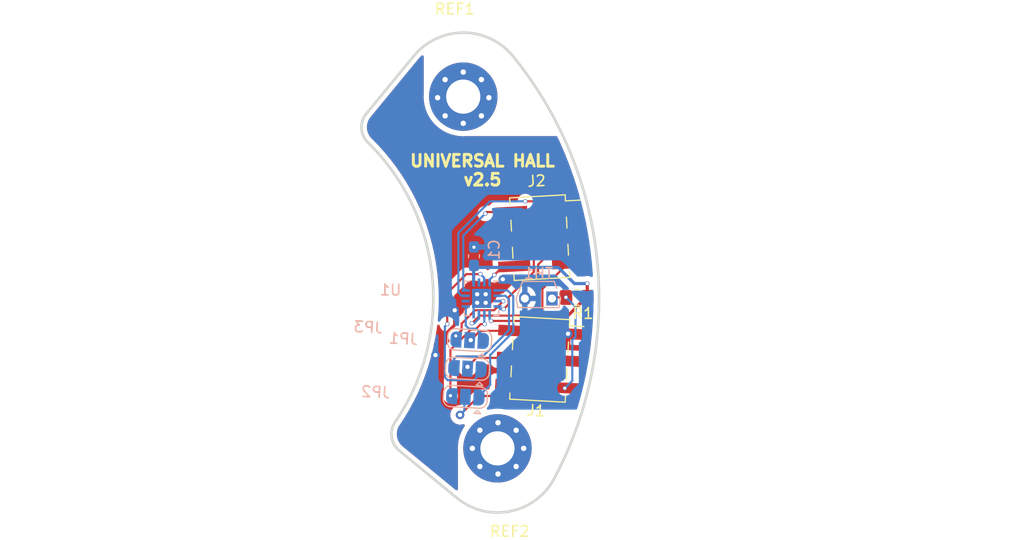
<source format=kicad_pcb>
(kicad_pcb (version 20210824) (generator pcbnew)
  (layers (0 "F.Cu" signal) (31 "B.Cu" signal) (34 "B.Paste" user) (35 "F.Paste" user) (36 "B.SilkS" user "B.Silkscreen") (37 "F.SilkS" user "F.Silkscreen") (38 "B.Mask" user) (39 "F.Mask" user) (44 "Edge.Cuts" user))
  (net 0 "")
  (net 1 "U")
  (net 2 "OUT1")
  (net 3 "A")
  (net 4 "V")
  (net 5 "OUT2")
  (net 6 "B")
  (net 7 "W")
  (net 8 "OUT3")
  (net 9 "+3V3")
  (net 10 "VTEMP")
  (net 11 "Z")
  (net 12 "GND")
  (net 13 "MOSI")
  (net 14 "CS")
  (net 15 "MISO")
  (net 16 "MGL")
  (net 17 "SCLK")
  (net 18 "MGH")
  (footprint "Connector_PinSocket_2.54mm:PinSocket_2x03_P2.54mm_Vertical_SMD" (layer "F.Cu") (at 178.95 99.3 3.17)
    (fp_text reference "J2" (at 0 -5.31 3.17) (layer "F.SilkS"))
    (fp_text value "Conn_02x03_Odd_Even_MountingPin")
    (fp_line (start -2.6 3.87) (end 2.6 3.87) (layer "F.SilkS") (width 0.12))
    (fp_line (start 2.6 3.3) (end 2.6 3.87) (layer "F.SilkS") (width 0.12))
    (fp_line (start 2.6 -3.87) (end 2.6 -3.3) (layer "F.SilkS") (width 0.12))
    (fp_line (start -2.6 0.76) (end -2.6 1.78) (layer "F.SilkS") (width 0.12))
    (fp_line (start -2.6 -1.78) (end -2.6 -0.76) (layer "F.SilkS") (width 0.12))
    (fp_line (start 2.6 -3.3) (end 3.96 -3.3) (layer "F.SilkS") (width 0.12))
    (fp_line (start -2.6 -3.87) (end -2.6 -3.3) (layer "F.SilkS") (width 0.12))
    (fp_line (start 2.6 -1.78) (end 2.6 -0.76) (layer "F.SilkS") (width 0.12))
    (fp_line (start -2.6 -3.87) (end 2.6 -3.87) (layer "F.SilkS") (width 0.12))
    (fp_line (start -2.6 3.3) (end -2.6 3.87) (layer "F.SilkS") (width 0.12))
    (fp_line (start 2.6 0.76) (end 2.6 1.78) (layer "F.SilkS") (width 0.12))
    (pad "1" smd rect locked (at 2.52 -2.54 3.17) (size 3 1) (layers "F.Cu" "F.Paste" "F.Mask") (net 16 "MGL"))
    (pad "2" smd rect locked (at -2.52 -2.54 3.17) (size 3 1) (layers "F.Cu" "F.Paste" "F.Mask") (net 17 "SCLK"))
    (pad "3" smd rect locked (at 2.52 0 3.17) (size 3 1) (layers "F.Cu" "F.Paste" "F.Mask") (net 15 "MISO"))
    (pad "4" smd rect locked (at -2.52 0 3.17) (size 3 1) (layers "F.Cu" "F.Paste" "F.Mask") (net 13 "MOSI"))
    (pad "5" smd rect locked (at 2.52 2.54 3.17) (size 3 1) (layers "F.Cu" "F.Paste" "F.Mask") (net 14 "CS"))
    (pad "6" smd rect locked (at -2.52 2.54 3.17) (size 3 1) (layers "F.Cu" "F.Paste" "F.Mask") (net 18 "MGH"))
  )
  (footprint "Connector_PinSocket_2.54mm:PinSocket_2x03_P2.54mm_Vertical_SMD" (layer "F.Cu") (at 178.95 110.7 -3.17)
    (fp_text reference "J1" (at -0.084031 4.81201 176.83) (layer "F.SilkS"))
    (fp_text value "Conn_02x03_Odd_Even_MountingPin")
    (fp_line (start -2.6 -1.78) (end -2.6 -0.76) (layer "F.SilkS") (width 0.12))
    (fp_line (start -2.6 3.3) (end -2.6 3.87) (layer "F.SilkS") (width 0.12))
    (fp_line (start 2.6 0.76) (end 2.6 1.78) (layer "F.SilkS") (width 0.12))
    (fp_line (start -2.6 -3.87) (end -2.6 -3.3) (layer "F.SilkS") (width 0.12))
    (fp_line (start 2.6 -1.78) (end 2.6 -0.76) (layer "F.SilkS") (width 0.12))
    (fp_line (start -2.6 3.87) (end 2.6 3.87) (layer "F.SilkS") (width 0.12))
    (fp_line (start 2.6 3.3) (end 2.6 3.87) (layer "F.SilkS") (width 0.12))
    (fp_line (start 2.6 -3.3) (end 3.96 -3.3) (layer "F.SilkS") (width 0.12))
    (fp_line (start -2.6 0.76) (end -2.6 1.78) (layer "F.SilkS") (width 0.12))
    (fp_line (start 2.6 -3.87) (end 2.6 -3.3) (layer "F.SilkS") (width 0.12))
    (fp_line (start -2.6 -3.87) (end 2.6 -3.87) (layer "F.SilkS") (width 0.12))
    (pad "1" smd rect locked (at 2.52 -2.54 356.83) (size 3 1) (layers "F.Cu" "F.Paste" "F.Mask") (net 12 "GND"))
    (pad "2" smd rect locked (at -2.52 -2.54 356.83) (size 3 1) (layers "F.Cu" "F.Paste" "F.Mask") (net 8 "OUT3"))
    (pad "3" smd rect locked (at 2.52 0 356.83) (size 3 1) (layers "F.Cu" "F.Paste" "F.Mask") (net 5 "OUT2"))
    (pad "4" smd rect locked (at -2.52 0 356.83) (size 3 1) (layers "F.Cu" "F.Paste" "F.Mask") (net 2 "OUT1"))
    (pad "5" smd rect locked (at 2.52 2.54 356.83) (size 3 1) (layers "F.Cu" "F.Paste" "F.Mask") (net 10 "VTEMP"))
    (pad "6" smd rect locked (at -2.52 2.54 356.83) (size 3 1) (layers "F.Cu" "F.Paste" "F.Mask") (net 9 "+3V3"))
  )
  (footprint "MountingHole:MountingHole_3.2mm_M3_Pad_Via" (layer "F.Cu") (at 175.05 119.03)
    (fp_text reference "REF2" (at 1.1 7.77) (layer "F.SilkS"))
    (fp_text value "MountingHole_3.2mm_M3_Pad_Via")
    (pad "1" thru_hole circle locked (at 1.697056 1.697056) (size 0.8 0.8) (drill 0.5) (layers *.Cu *.Mask))
    (pad "1" thru_hole circle locked (at -2.4 0) (size 0.8 0.8) (drill 0.5) (layers *.Cu *.Mask))
    (pad "1" thru_hole circle locked (at -1.697056 -1.697056) (size 0.8 0.8) (drill 0.5) (layers *.Cu *.Mask))
    (pad "1" thru_hole circle locked (at -1.697056 1.697056) (size 0.8 0.8) (drill 0.5) (layers *.Cu *.Mask))
    (pad "1" thru_hole circle (at -0.05 0) (size 6.4 6.4) (drill 3.2) (layers *.Cu *.Mask))
    (pad "1" thru_hole circle locked (at 0 2.4) (size 0.8 0.8) (drill 0.5) (layers *.Cu *.Mask))
    (pad "1" thru_hole circle locked (at 1.697056 -1.697056) (size 0.8 0.8) (drill 0.5) (layers *.Cu *.Mask))
    (pad "1" thru_hole circle locked (at 0 -2.4) (size 0.8 0.8) (drill 0.5) (layers *.Cu *.Mask))
    (pad "1" thru_hole circle locked (at 2.4 0) (size 0.8 0.8) (drill 0.5) (layers *.Cu *.Mask))
  )
  (footprint "Resistor_SMD:R_0805_2012Metric_Pad1.20x1.40mm_HandSolder" (layer "F.Cu") (at 182.4 104.9 180)
    (fp_text reference "R1" (at -0.6 -1.5) (layer "F.SilkS"))
    (fp_text value "R")
    (fp_line (start -0.227064 0.735) (end 0.227064 0.735) (layer "F.SilkS") (width 0.12))
    (fp_line (start -0.227064 -0.735) (end 0.227064 -0.735) (layer "F.SilkS") (width 0.12))
    (pad "1" smd roundrect locked (at -1 0 180) (size 1.2 1.4) (layers "F.Cu" "F.Paste" "F.Mask") (roundrect_rratio 0.2083333333) (net 9 "+3V3"))
    (pad "2" smd roundrect locked (at 1 0 180) (size 1.2 1.4) (layers "F.Cu" "F.Paste" "F.Mask") (roundrect_rratio 0.2083333333) (net 10 "VTEMP"))
  )
  (footprint "MountingHole:MountingHole_3.2mm_M3_Pad_Via" (layer "F.Cu") (at 171.8 86.2)
    (fp_text reference "REF1" (at -0.8 -8.3) (layer "F.SilkS"))
    (fp_text value "MountingHole_3.2mm_M3_Pad_Via")
    (pad "1" thru_hole circle locked (at -2.4 0) (size 0.8 0.8) (drill 0.5) (layers *.Cu *.Mask))
    (pad "1" thru_hole circle locked (at 0 2.4) (size 0.8 0.8) (drill 0.5) (layers *.Cu *.Mask))
    (pad "1" thru_hole circle (at 0 -0.1) (size 6.4 6.4) (drill 3.2) (layers *.Cu *.Mask))
    (pad "1" thru_hole circle locked (at 0 -2.4) (size 0.8 0.8) (drill 0.5) (layers *.Cu *.Mask))
    (pad "1" thru_hole circle locked (at 1.697056 1.697056) (size 0.8 0.8) (drill 0.5) (layers *.Cu *.Mask))
    (pad "1" thru_hole circle locked (at 2.4 0) (size 0.8 0.8) (drill 0.5) (layers *.Cu *.Mask))
    (pad "1" thru_hole circle locked (at -1.697056 1.697056) (size 0.8 0.8) (drill 0.5) (layers *.Cu *.Mask))
    (pad "1" thru_hole circle locked (at 1.697056 -1.697056) (size 0.8 0.8) (drill 0.5) (layers *.Cu *.Mask))
    (pad "1" thru_hole circle locked (at -1.697056 -1.697056) (size 0.8 0.8) (drill 0.5) (layers *.Cu *.Mask))
  )
  (footprint "Jumper:SolderJumper-3_P1.3mm_Open_RoundedPad1.0x1.5mm" (layer "B.Cu") (at 172.198011 111.571888 176.83)
    (fp_text reference "JP1" (at 6.145656 2.463923 356.83) (layer "B.SilkS") (effects (justify mirror)))
    (fp_text value "SolderJumper_3_Open")
    (fp_line (start -1.5 -1.5) (end -0.9 -1.5) (layer "B.SilkS") (width 0.12))
    (fp_line (start -2.05 -0.3) (end -2.05 0.3) (layer "B.SilkS") (width 0.12))
    (fp_line (start 2.05 0.3) (end 2.05 -0.3) (layer "B.SilkS") (width 0.12))
    (fp_line (start -1.2 -1.2) (end -1.5 -1.5) (layer "B.SilkS") (width 0.12))
    (fp_line (start -1.4 1) (end 1.4 1) (layer "B.SilkS") (width 0.12))
    (fp_line (start 1.4 -1) (end -1.4 -1) (layer "B.SilkS") (width 0.12))
    (fp_line (start -1.2 -1.2) (end -0.9 -1.5) (layer "B.SilkS") (width 0.12))
    (fp_arc (start 1.35 -0.3) (end 1.35 -1) (angle 90) (layer "B.SilkS") (width 0.12))
    (fp_arc (start 1.35 0.3) (end 2.05 0.3) (angle 90) (layer "B.SilkS") (width 0.12))
    (fp_arc (start -1.35 0.3) (end -1.35 1) (angle 90) (layer "B.SilkS") (width 0.12))
    (fp_arc (start -1.35 -0.3) (end -2.05 -0.3) (angle 90) (layer "B.SilkS") (width 0.12))
    (pad "1" smd custom locked (at -1.3 0 176.83) (size 1 0.5) (layers "B.Cu" "B.Mask") (net 1 "U") (options (clearance outline) (anchor rect)) (primitives (gr_circle (center 0 -0.25) (end 0.5 -0.25) (width 0) (fill yes)) (gr_circle (center 0 0.25) (end 0.5 0.25) (width 0) (fill yes)) (gr_poly (pts (xy 0.55 0.75) (xy 0 0.75) (xy 0 -0.75) (xy 0.55 -0.75)) (width 0) (fill yes))))
    (pad "2" smd rect locked (at 0 0 176.83) (size 1 1.5) (layers "B.Cu" "B.Mask") (net 2 "OUT1"))
    (pad "3" smd custom locked (at 1.3 0 176.83) (size 1 0.5) (layers "B.Cu" "B.Mask") (net 3 "A") (options (clearance outline) (anchor rect)) (primitives (gr_circle (center 0 -0.25) (end 0.5 -0.25) (width 0) (fill yes)) (gr_circle (center 0 0.25) (end 0.5 0.25) (width 0) (fill yes)) (gr_poly (pts (xy 0 0.75) (xy -0.55 0.75) (xy -0.55 -0.75) (xy 0 -0.75)) (width 0) (fill yes))))
  )
  (footprint "Capacitor_SMD:C_0603_1608Metric_Pad1.08x0.95mm_HandSolder" (layer "B.Cu") (at 172.8 101.0375 90)
    (fp_text reference "C1" (at 0.6 1.89 90) (layer "B.SilkS") (effects (justify mirror)))
    (fp_text value "C")
    (fp_line (start -0.146267 -0.51) (end 0.146267 -0.51) (layer "B.SilkS") (width 0.12))
    (fp_line (start -0.146267 0.51) (end 0.146267 0.51) (layer "B.SilkS") (width 0.12))
    (pad "1" smd roundrect locked (at -0.8625 0 90) (size 1.075 0.95) (layers "B.Cu" "B.Paste" "B.Mask") (net 9 "+3V3"))
    (pad "2" smd roundrect locked (at 0.8625 0 90) (size 1.075 0.95) (layers "B.Cu" "B.Paste" "B.Mask") (net 12 "GND"))
  )
  (footprint "Jumper:SolderJumper-3_P1.3mm_Open_RoundedPad1.0x1.5mm" (layer "B.Cu") (at 172.4 108.9 176.83)
    (fp_text reference "JP3" (at 9.551822 0.672826 356.83) (layer "B.SilkS") (effects (justify mirror)))
    (fp_text value "SolderJumper_3_Open")
    (fp_line (start -1.2 -1.2) (end -0.9 -1.5) (layer "B.SilkS") (width 0.12))
    (fp_line (start 1.4 -1) (end -1.4 -1) (layer "B.SilkS") (width 0.12))
    (fp_line (start -1.4 1) (end 1.4 1) (layer "B.SilkS") (width 0.12))
    (fp_line (start 2.05 0.3) (end 2.05 -0.3) (layer "B.SilkS") (width 0.12))
    (fp_line (start -2.05 -0.3) (end -2.05 0.3) (layer "B.SilkS") (width 0.12))
    (fp_line (start -1.2 -1.2) (end -1.5 -1.5) (layer "B.SilkS") (width 0.12))
    (fp_line (start -1.5 -1.5) (end -0.9 -1.5) (layer "B.SilkS") (width 0.12))
    (fp_arc (start 1.35 -0.3) (end 1.35 -1) (angle 90) (layer "B.SilkS") (width 0.12))
    (fp_arc (start -1.35 -0.3) (end -2.05 -0.3) (angle 90) (layer "B.SilkS") (width 0.12))
    (fp_arc (start 1.35 0.3) (end 2.05 0.3) (angle 90) (layer "B.SilkS") (width 0.12))
    (fp_arc (start -1.35 0.3) (end -1.35 1) (angle 90) (layer "B.SilkS") (width 0.12))
    (pad "1" smd custom locked (at -1.3 0 176.83) (size 1 0.5) (layers "B.Cu" "B.Mask") (net 7 "W") (options (clearance outline) (anchor rect)) (primitives (gr_circle (center 0 -0.25) (end 0.5 -0.25) (width 0) (fill yes)) (gr_circle (center 0 0.25) (end 0.5 0.25) (width 0) (fill yes)) (gr_poly (pts (xy 0.55 0.75) (xy 0 0.75) (xy 0 -0.75) (xy 0.55 -0.75)) (width 0) (fill yes))))
    (pad "2" smd rect locked (at 0 0 176.83) (size 1 1.5) (layers "B.Cu" "B.Mask") (net 8 "OUT3"))
    (pad "3" smd custom locked (at 1.3 0 176.83) (size 1 0.5) (layers "B.Cu" "B.Mask") (net 11 "Z") (options (clearance outline) (anchor rect)) (primitives (gr_circle (center 0 -0.25) (end 0.5 -0.25) (width 0) (fill yes)) (gr_circle (center 0 0.25) (end 0.5 0.25) (width 0) (fill yes)) (gr_poly (pts (xy 0 0.75) (xy -0.55 0.75) (xy -0.55 -0.75) (xy 0 -0.75)) (width 0) (fill yes))))
  )
  (footprint "Package_TO_SOT_THT:TO-92S-2" (layer "B.Cu") (at 180.1 105 180)
    (fp_text reference "TH1" (at 1.27 2.35) (layer "B.SilkS") (effects (justify mirror)))
    (fp_text value "Thermistor_PTC")
    (fp_line (start 3.2 -0.85) (end 3.35 0) (layer "B.SilkS") (width 0.12))
    (fp_line (start -0.65 -0.85) (end 3.2 -0.85) (layer "B.SilkS") (width 0.12))
    (fp_line (start 2.75 1.6) (end -0.2 1.6) (layer "B.SilkS") (width 0.12))
    (fp_line (start -0.7 0.3) (end -0.8 0) (layer "B.SilkS") (width 0.12))
    (fp_line (start -0.8 0) (end -0.65 -0.85) (layer "B.SilkS") (width 0.12))
    (fp_line (start -0.2 1.6) (end -0.45 0.95) (layer "B.SilkS") (width 0.12))
    (fp_line (start 3.35 0) (end 2.75 1.6) (layer "B.SilkS") (width 0.12))
    (pad "1" thru_hole rect locked (at 0 0 180) (size 1.05 1.3) (drill 0.75) (layers *.Cu *.Mask) (net 10 "VTEMP"))
    (pad "2" thru_hole oval locked (at 2.54 0 180) (size 1.05 1.3) (drill 0.75) (layers *.Cu *.Mask) (net 12 "GND"))
  )
  (footprint "Package_DFN_QFN:VQFN-16-1EP_3x3mm_P0.5mm_EP1.8x1.8mm" (layer "B.Cu") (at 173.52 104.99 180)
    (fp_text reference "U1" (at 8.52 0.79) (layer "B.SilkS") (effects (justify mirror)))
    (fp_text value "MA310")
    (fp_line (start -1.135 -1.61) (end -1.61 -1.61) (layer "B.SilkS") (width 0.12))
    (fp_line (start 1.61 -1.61) (end 1.61 -1.135) (layer "B.SilkS") (width 0.12))
    (fp_line (start -1.61 -1.61) (end -1.61 -1.135) (layer "B.SilkS") (width 0.12))
    (fp_line (start 1.61 1.61) (end 1.61 1.135) (layer "B.SilkS") (width 0.12))
    (fp_line (start 1.135 1.61) (end 1.61 1.61) (layer "B.SilkS") (width 0.12))
    (fp_line (start 1.135 -1.61) (end 1.61 -1.61) (layer "B.SilkS") (width 0.12))
    (fp_line (start -1.135 1.61) (end -1.61 1.61) (layer "B.SilkS") (width 0.12))
    (pad "1" smd roundrect locked (at -1.4875 0.75 180) (size 0.775 0.25) (layers "B.Cu" "B.Paste" "B.Mask") (net 4 "V"))
    (pad "2" smd roundrect locked (at -1.4875 0.25 180) (size 0.775 0.25) (layers "B.Cu" "B.Paste" "B.Mask") (net 3 "A"))
    (pad "3" smd roundrect locked (at -1.4875 -0.25 180) (size 0.775 0.25) (layers "B.Cu" "B.Paste" "B.Mask") (net 11 "Z"))
    (pad "4" smd roundrect locked (at -1.4875 -0.75 180) (size 0.775 0.25) (layers "B.Cu" "B.Paste" "B.Mask") (net 13 "MOSI"))
    (pad "5" smd roundrect locked (at -0.75 -1.4875 180) (size 0.25 0.775) (layers "B.Cu" "B.Paste" "B.Mask") (net 14 "CS"))
    (pad "6" smd roundrect locked (at -0.25 -1.4875 180) (size 0.25 0.775) (layers "B.Cu" "B.Paste" "B.Mask") (net 6 "B"))
    (pad "7" smd roundrect locked (at 0.25 -1.4875 180) (size 0.25 0.775) (layers "B.Cu" "B.Paste" "B.Mask") (net 15 "MISO"))
    (pad "8" smd roundrect locked (at 0.75 -1.4875 180) (size 0.25 0.775) (layers "B.Cu" "B.Paste" "B.Mask") (net 12 "GND"))
    (pad "9" smd roundrect locked (at 1.4875 -0.75 180) (size 0.775 0.25) (layers "B.Cu" "B.Paste" "B.Mask") (net 7 "W"))
    (pad "10" smd roundrect locked (at 1.4875 -0.25 180) (size 0.775 0.25) (layers "B.Cu" "B.Paste" "B.Mask"))
    (pad "11" smd roundrect locked (at 1.4875 0.25 180) (size 0.775 0.25) (layers "B.Cu" "B.Paste" "B.Mask") (net 16 "MGL"))
    (pad "12" smd roundrect locked (at 1.4875 0.75 180) (size 0.775 0.25) (layers "B.Cu" "B.Paste" "B.Mask") (net 17 "SCLK"))
    (pad "13" smd roundrect locked (at 0.75 1.4875 180) (size 0.25 0.775) (layers "B.Cu" "B.Paste" "B.Mask") (net 9 "+3V3"))
    (pad "14" smd roundrect locked (at 0.25 1.4875 180) (size 0.25 0.775) (layers "B.Cu" "B.Paste" "B.Mask"))
    (pad "15" smd roundrect locked (at -0.25 1.4875 180) (size 0.25 0.775) (layers "B.Cu" "B.Paste" "B.Mask") (net 1 "U"))
    (pad "16" smd roundrect locked (at -0.75 1.4875 180) (size 0.25 0.775) (layers "B.Cu" "B.Paste" "B.Mask") (net 18 "MGH"))
    (pad "17" smd rect locked (at 0 0 180) (size 1.8 1.8) (layers "B.Cu" "B.Mask") (net 12 "GND"))
  )
  (footprint "Jumper:SolderJumper-3_P1.3mm_Open_RoundedPad1.0x1.5mm" (layer "B.Cu") (at 172 114.2 176.83)
    (fp_text reference "JP2" (at 8.410821 -0.037052 356.83) (layer "B.SilkS") (effects (justify mirror)))
    (fp_text value "SolderJumper_3_Open")
    (fp_line (start -1.2 -1.2) (end -0.9 -1.5) (layer "B.SilkS") (width 0.12))
    (fp_line (start -1.5 -1.5) (end -0.9 -1.5) (layer "B.SilkS") (width 0.12))
    (fp_line (start -1.4 1) (end 1.4 1) (layer "B.SilkS") (width 0.12))
    (fp_line (start -1.2 -1.2) (end -1.5 -1.5) (layer "B.SilkS") (width 0.12))
    (fp_line (start 1.4 -1) (end -1.4 -1) (layer "B.SilkS") (width 0.12))
    (fp_line (start 2.05 0.3) (end 2.05 -0.3) (layer "B.SilkS") (width 0.12))
    (fp_line (start -2.05 -0.3) (end -2.05 0.3) (layer "B.SilkS") (width 0.12))
    (fp_arc (start -1.35 -0.3) (end -2.05 -0.3) (angle 90) (layer "B.SilkS") (width 0.12))
    (fp_arc (start -1.35 0.3) (end -1.35 1) (angle 90) (layer "B.SilkS") (width 0.12))
    (fp_arc (start 1.35 -0.3) (end 1.35 -1) (angle 90) (layer "B.SilkS") (width 0.12))
    (fp_arc (start 1.35 0.3) (end 2.05 0.3) (angle 90) (layer "B.SilkS") (width 0.12))
    (pad "1" smd custom locked (at -1.3 0 176.83) (size 1 0.5) (layers "B.Cu" "B.Mask") (net 4 "V") (options (clearance outline) (anchor rect)) (primitives (gr_circle (center 0 -0.25) (end 0.5 -0.25) (width 0) (fill yes)) (gr_circle (center 0 0.25) (end 0.5 0.25) (width 0) (fill yes)) (gr_poly (pts (xy 0.55 0.75) (xy 0 0.75) (xy 0 -0.75) (xy 0.55 -0.75)) (width 0) (fill yes))))
    (pad "2" smd rect locked (at 0 0 176.83) (size 1 1.5) (layers "B.Cu" "B.Mask") (net 5 "OUT2"))
    (pad "3" smd custom locked (at 1.3 0 176.83) (size 1 0.5) (layers "B.Cu" "B.Mask") (net 6 "B") (options (clearance outline) (anchor rect)) (primitives (gr_circle (center 0 -0.25) (end 0.5 -0.25) (width 0) (fill yes)) (gr_circle (center 0 0.25) (end 0.5 0.25) (width 0) (fill yes)) (gr_poly (pts (xy 0 0.75) (xy -0.55 0.75) (xy -0.55 -0.75) (xy 0 -0.75)) (width 0) (fill yes))))
  )
  (gr_arc (start 164.282224 88.960952) (end 162.737643 87.690413) (angle -84.90031109) (layer "Edge.Cuts") (width 0.25))
  (gr_arc (start 148.500653 104.99816) (end 165.427536 116.562355) (angle -79.80062217) (layer "Edge.Cuts") (width 0.25))
  (gr_line (start 171.201257 123.671203) (end 165.808399 119.23515) (layer "Edge.Cuts") (width 0.25))
  (gr_arc (start 148.500653 104.99816) (end 180.315321 121.845321) (angle -66.92608193) (layer "Edge.Cuts") (width 0.25))
  (gr_arc (start 175.012876 119.037461) (end 171.201257 123.671203) (angle -101.536959) (layer "Edge.Cuts") (width 0.25))
  (gr_arc (start 167.078939 117.69057) (end 165.427536 116.562355) (angle -84.90031109) (layer "Edge.Cuts") (width 0.25))
  (gr_line (start 167.173696 82.297555) (end 162.737643 87.690413) (layer "Edge.Cuts") (width 0.25))
  (gr_arc (start 171.807437 86.109174) (end 176.468794 82.331376) (angle -101.536959) (layer "Edge.Cuts") (width 0.25))
  (gr_text "UNIVERSAL HALL\nv2.5" (at 173.6 93) (layer "F.SilkS") (effects (font (size 1.1 1.1) (thickness 0.275))))
  (segment (start 170.3 104.5) (end 170.3 107.4) (width 0.2) (layer "F.Cu") (net 1))
  (segment (start 172.082817 102.717183) (end 170.3 104.5) (width 0.2) (layer "F.Cu") (net 1))
  (segment (start 173.410052 102.717183) (end 172.082817 102.717183) (width 0.2) (layer "F.Cu") (net 1))
  (via (at 170.3 107.4) (size 0.4) (drill 0.3) (layers "F.Cu" "B.Cu") (net 1))
  (via (at 173.410052 102.717183) (size 0.4) (drill 0.3) (layers "F.Cu" "B.Cu") (net 1))
  (segment (start 170.082286 112.382286) (end 170.082286 107.617714) (width 0.2) (layer "B.Cu") (net 1))
  (segment (start 172.779838 112.64791) (end 170.34791 112.64791) (width 0.2) (layer "B.Cu") (net 1))
  (segment (start 173.496022 111.931726) (end 172.779838 112.64791) (width 0.2) (layer "B.Cu") (net 1))
  (segment (start 170.082286 107.617714) (end 170.3 107.4) (width 0.2) (layer "B.Cu") (net 1))
  (segment (start 173.496022 111.573877) (end 173.496022 111.931726) (width 0.2) (layer "B.Cu") (net 1))
  (segment (start 173.410052 102.717183) (end 173.77 103.077131) (width 0.2) (layer "B.Cu") (net 1))
  (segment (start 170.34791 112.64791) (end 170.082286 112.382286) (width 0.2) (layer "B.Cu") (net 1))
  (segment (start 173.77 103.077131) (end 173.77 103.5025) (width 0.2) (layer "B.Cu") (net 1))
  (segment (start 173.039353 110.560647) (end 176.433856 110.560647) (width 0.2) (layer "F.Cu") (net 2))
  (segment (start 172.2 111.4) (end 173.039353 110.560647) (width 0.2) (layer "F.Cu") (net 2))
  (via (at 172.2 111.4) (size 0.8) (drill 0.4) (layers "F.Cu" "B.Cu") (net 2))
  (segment (start 172.2 111.4) (end 172.2 111.5) (width 0.2) (layer "B.Cu") (net 2))
  (segment (start 176.078737 105.078737) (end 176.078737 107.95836) (width 0.2) (layer "B.Cu") (net 3))
  (segment (start 170.901989 110.698011) (end 170.901989 111.428112) (width 0.2) (layer "B.Cu") (net 3))
  (segment (start 175.74 104.74) (end 176.078737 105.078737) (width 0.2) (layer "B.Cu") (net 3))
  (segment (start 171.176022 110.423978) (end 170.901989 110.698011) (width 0.2) (layer "B.Cu") (net 3))
  (segment (start 176.078737 107.95836) (end 173.613119 110.423978) (width 0.2) (layer "B.Cu") (net 3))
  (segment (start 173.613119 110.423978) (end 171.176022 110.423978) (width 0.2) (layer "B.Cu") (net 3))
  (segment (start 175.0075 104.74) (end 175.74 104.74) (width 0.2) (layer "B.Cu") (net 3))
  (segment (start 176.478257 104.778257) (end 176.478256 108.123847) (width 0.2) (layer "B.Cu") (net 4))
  (segment (start 175.94 104.24) (end 176.478257 104.778257) (width 0.2) (layer "B.Cu") (net 4))
  (segment (start 174.315346 110.286757) (end 174.315346 113.084654) (width 0.2) (layer "B.Cu") (net 4))
  (segment (start 176.478256 108.123847) (end 174.315346 110.286757) (width 0.2) (layer "B.Cu") (net 4))
  (segment (start 174.315346 113.084654) (end 173.2 114.2) (width 0.2) (layer "B.Cu") (net 4))
  (segment (start 175.0075 104.24) (end 175.94 104.24) (width 0.2) (layer "B.Cu") (net 4))
  (segment (start 177.737869 114.128112) (end 181.026628 110.839353) (width 0.2) (layer "F.Cu") (net 5))
  (segment (start 171.5 115.9) (end 173.271888 114.128112) (width 0.2) (layer "F.Cu") (net 5))
  (segment (start 173.271888 114.128112) (end 177.737869 114.128112) (width 0.2) (layer "F.Cu") (net 5))
  (segment (start 181.026628 110.839353) (end 181.466144 110.839353) (width 0.2) (layer "F.Cu") (net 5))
  (via (at 171.5 115.9) (size 0.8) (drill 0.4) (layers "F.Cu" "B.Cu") (net 5))
  (segment (start 171.5 115.9) (end 171.901989 115.498011) (width 0.2) (layer "B.Cu") (net 5))
  (segment (start 171.901989 115.498011) (end 171.901989 114.128112) (width 0.2) (layer "B.Cu") (net 5))
  (segment (start 173.8 107.4) (end 173.434994 107.4) (width 0.2) (layer "F.Cu") (net 6))
  (segment (start 172.934994 107.9) (end 172.510741 107.9) (width 0.2) (layer "F.Cu") (net 6))
  (segment (start 173.434994 107.4) (end 172.934994 107.9) (width 0.2) (layer "F.Cu") (net 6))
  (segment (start 172.510741 107.9) (end 170.6 109.810741) (width 0.2) (layer "F.Cu") (net 6))
  (segment (start 170.6 109.810741) (end 170.6 114.1) (width 0.2) (layer "F.Cu") (net 6))
  (via (at 173.8 107.4) (size 0.4) (drill 0.3) (layers "F.Cu" "B.Cu") (net 6))
  (via (at 170.6 114.1) (size 0.4) (drill 0.3) (layers "F.Cu" "B.Cu") (net 6))
  (segment (start 173.8 107.4) (end 173.77 107.37) (width 0.2) (layer "B.Cu") (net 6))
  (segment (start 173.77 107.37) (end 173.77 106.4775) (width 0.2) (layer "B.Cu") (net 6))
  (segment (start 173.009475 107.823978) (end 173.698011 108.512514) (width 0.2) (layer "B.Cu") (net 7))
  (segment (start 172.0325 107.5325) (end 172.323978 107.823978) (width 0.2) (layer "B.Cu") (net 7))
  (segment (start 172.0325 105.74) (end 172.0325 107.5325) (width 0.2) (layer "B.Cu") (net 7))
  (segment (start 172.323978 107.823978) (end 173.009475 107.823978) (width 0.2) (layer "B.Cu") (net 7))
  (segment (start 173.698011 108.512514) (end 173.698011 108.971888) (width 0.2) (layer "B.Cu") (net 7))
  (segment (start 172.5 108.9) (end 173.375466 108.024534) (width 0.2) (layer "F.Cu") (net 8))
  (segment (start 173.375466 108.024534) (end 176.574315 108.024534) (width 0.2) (layer "F.Cu") (net 8))
  (via (at 172.5 108.9) (size 0.8) (drill 0.4) (layers "F.Cu" "B.Cu") (net 8))
  (segment (start 179.3 106.7) (end 178.449189 107.550811) (width 0.3) (layer "F.Cu") (net 9))
  (segment (start 178.449189 107.550811) (end 178.449189 111.091849) (width 0.3) (layer "F.Cu") (net 9))
  (segment (start 183.4 103.6) (end 183.4 104.8) (width 0.3) (layer "F.Cu") (net 9))
  (segment (start 181.5 106.7) (end 179.3 106.7) (width 0.3) (layer "F.Cu") (net 9))
  (segment (start 178.449189 111.091849) (end 176.444277 113.096761) (width 0.3) (layer "F.Cu") (net 9))
  (segment (start 183.4 104.8) (end 181.5 106.7) (width 0.3) (layer "F.Cu") (net 9))
  (segment (start 176.444277 113.096761) (end 176.293397 113.096761) (width 0.3) (layer "F.Cu") (net 9))
  (via (at 183.4 103.6) (size 0.4) (drill 0.3) (layers "F.Cu" "B.Cu") (net 9))
  (segment (start 182.2 103.6) (end 180.69 102.09) (width 0.3) (layer "B.Cu") (net 9))
  (segment (start 172.7775 102.09) (end 172.77 102.0975) (width 0.3) (layer "B.Cu") (net 9))
  (segment (start 172.77 102.0975) (end 172.77 103.5025) (width 0.3) (layer "B.Cu") (net 9))
  (segment (start 180.69 102.09) (end 172.7775 102.09) (width 0.3) (layer "B.Cu") (net 9))
  (segment (start 183.4 103.6) (end 182.2 103.6) (width 0.3) (layer "B.Cu") (net 9))
  (segment (start 180.110523 104.889477) (end 180 105) (width 0.2) (layer "F.Cu") (net 10))
  (segment (start 181.40427 104.889477) (end 180.110523 104.889477) (width 0.2) (layer "F.Cu") (net 10))
  (via (at 181.3 113.4) (size 0.4) (drill 0.3) (layers "F.Cu" "B.Cu") (net 10))
  (via (at 181.40427 104.889477) (size 0.4) (drill 0.3) (layers "F.Cu" "B.Cu") (net 10))
  (segment (start 182.299511 105.784718) (end 182.299511 108.589748) (width 0.2) (layer "B.Cu") (net 10))
  (segment (start 182 112.7) (end 181.3 113.4) (width 0.2) (layer "B.Cu") (net 10))
  (segment (start 182.299511 108.589748) (end 182 108.889259) (width 0.2) (layer "B.Cu") (net 10))
  (segment (start 182 108.889259) (end 182 112.7) (width 0.2) (layer "B.Cu") (net 10))
  (segment (start 181.40427 104.889477) (end 182.299511 105.784718) (width 0.2) (layer "B.Cu") (net 10))
  (segment (start 175.536418 105.242819) (end 174.679726 106.099511) (width 0.2) (layer "F.Cu") (net 11))
  (segment (start 174.679726 106.099511) (end 172.900489 106.099511) (width 0.2) (layer "F.Cu") (net 11))
  (segment (start 171.64952 107.95048) (end 171.1 108.5) (width 0.2) (layer "F.Cu") (net 11))
  (segment (start 172.900489 106.099511) (end 171.64952 107.35048) (width 0.2) (layer "F.Cu") (net 11))
  (segment (start 171.64952 107.35048) (end 171.64952 107.95048) (width 0.2) (layer "F.Cu") (net 11))
  (via (at 171.1 108.5) (size 0.4) (drill 0.3) (layers "F.Cu" "B.Cu") (net 11))
  (via (at 175.536418 105.242819) (size 0.4) (drill 0.3) (layers "F.Cu" "B.Cu") (net 11))
  (segment (start 171.1 108.5) (end 171.1 108.826123) (width 0.2) (layer "B.Cu") (net 11))
  (segment (start 171.1 108.826123) (end 171.101989 108.828112) (width 0.2) (layer "B.Cu") (net 11))
  (segment (start 175.0075 105.24) (end 175.533599 105.24) (width 0.2) (layer "B.Cu") (net 11))
  (segment (start 171.101989 108.540162) (end 171.101989 108.828112) (width 0.2) (layer "B.Cu") (net 11))
  (segment (start 175.533599 105.24) (end 175.536418 105.242819) (width 0.2) (layer "B.Cu") (net 11))
  (segment (start 169.2 109.277127) (end 169.2 110.3) (width 0.3) (layer "F.Cu") (net 12))
  (segment (start 171 106.1) (end 171 107.477127) (width 0.3) (layer "F.Cu") (net 12))
  (segment (start 171 107.477127) (end 169.2 109.277127) (width 0.3) (layer "F.Cu") (net 12))
  (via (at 169.2 110.3) (size 0.8) (drill 0.4) (layers "F.Cu" "B.Cu") (net 12))
  (via (at 173.9 104.6) (size 0.8) (drill 0.4) (layers "F.Cu" "B.Cu") (net 12))
  (via (at 171 106.1) (size 0.8) (drill 0.4) (layers "F.Cu" "B.Cu") (net 12))
  (via (at 173.1 105.4) (size 0.8) (drill 0.4) (layers "F.Cu" "B.Cu") (net 12))
  (via (at 173.9 105.4) (size 0.8) (drill 0.4) (layers "F.Cu" "B.Cu") (net 12))
  (via (at 181.6 108.3) (size 0.8) (drill 0.4) (layers "F.Cu" "B.Cu") (net 12))
  (via (at 172.8 100.2) (size 0.4) (drill 0.3) (layers "F.Cu" "B.Cu") (net 12))
  (via (at 175.5 103.2) (size 0.8) (drill 0.4) (layers "F.Cu" "B.Cu") (net 12))
  (via (at 173.1 104.6) (size 0.8) (drill 0.4) (layers "F.Cu" "B.Cu") (net 12))
  (segment (start 172.77 105.74) (end 173.52 104.99) (width 0.2) (layer "B.Cu") (net 12))
  (segment (start 172.77 106.4775) (end 172.77 105.74) (width 0.2) (layer "B.Cu") (net 12))
  (segment (start 172.77 105.73) (end 173.5 105) (width 0.2) (layer "B.Cu") (net 12))
  (segment (start 178.399189 99.899189) (end 177.939353 99.439353) (width 0.2) (layer "F.Cu") (net 13))
  (segment (start 178.399189 102.515819) (end 178.399189 99.899189) (width 0.2) (layer "F.Cu") (net 13))
  (segment (start 176.035929 105.543308) (end 176.035929 104.879079) (width 0.2) (layer "F.Cu") (net 13))
  (segment (start 176.035929 104.879079) (end 178.399189 102.515819) (width 0.2) (layer "F.Cu") (net 13))
  (segment (start 175.579237 106) (end 176.035929 105.543308) (width 0.2) (layer "F.Cu") (net 13))
  (segment (start 177.939353 99.439353) (end 176.433856 99.439353) (width 0.2) (layer "F.Cu") (net 13))
  (via (at 175.579237 106) (size 0.4) (drill 0.3) (layers "F.Cu" "B.Cu") (net 13))
  (segment (start 175.579237 106) (end 175.2675 106) (width 0.2) (layer "B.Cu") (net 13))
  (segment (start 175.2675 106) (end 175.0075 105.74) (width 0.2) (layer "B.Cu") (net 13))
  (segment (start 181.606603 101.696761) (end 179.2 104.103364) (width 0.2) (layer "F.Cu") (net 14))
  (segment (start 179.2 106) (end 178.1 107.1) (width 0.2) (layer "F.Cu") (net 14))
  (segment (start 179.2 104.103364) (end 179.2 106) (width 0.2) (layer "F.Cu") (net 14))
  (segment (start 178.1 107.1) (end 174.4 107.1) (width 0.2) (layer "F.Cu") (net 14))
  (via (at 174.4 107.1) (size 0.4) (drill 0.3) (layers "F.Cu" "B.Cu") (net 14))
  (segment (start 174.27 106.4775) (end 174.27 106.97) (width 0.2) (layer "B.Cu") (net 14))
  (segment (start 174.27 106.97) (end 174.4 107.1) (width 0.2) (layer "B.Cu") (net 14))
  (segment (start 172.60345 107.324478) (end 173.327439 106.600489) (width 0.2) (layer "F.Cu") (net 15))
  (segment (start 173.327439 106.600489) (end 177.999511 106.600489) (width 0.2) (layer "F.Cu") (net 15))
  (segment (start 177.999511 106.600489) (end 178.8 105.8) (width 0.2) (layer "F.Cu") (net 15))
  (segment (start 178.8 105.8) (end 178.8 101.826791) (width 0.2) (layer "F.Cu") (net 15))
  (segment (start 178.8 101.826791) (end 181.466144 99.160647) (width 0.2) (layer "F.Cu") (net 15))
  (via (at 172.60345 107.324478) (size 0.4) (drill 0.3) (layers "F.Cu" "B.Cu") (net 15))
  (segment (start 173.27 106.878706) (end 172.824228 107.324478) (width 0.2) (layer "B.Cu") (net 15))
  (segment (start 173.27 106.4775) (end 173.27 106.878706) (width 0.2) (layer "B.Cu") (net 15))
  (segment (start 172.824228 107.324478) (end 172.60345 107.324478) (width 0.2) (layer "B.Cu") (net 15))
  (segment (start 177.6 95.9) (end 180.601151 95.9) (width 0.2) (layer "F.Cu") (net 16))
  (segment (start 180.601151 95.9) (end 181.325685 96.624534) (width 0.2) (layer "F.Cu") (net 16))
  (via (at 177.6 95.9) (size 0.4) (drill 0.3) (layers "F.Cu" "B.Cu") (net 16))
  (segment (start 171.34548 104.454186) (end 171.631294 104.74) (width 0.2) (layer "B.Cu") (net 16))
  (segment (start 177.6 95.9) (end 174.3 95.9) (width 0.2) (layer "B.Cu") (net 16))
  (segment (start 174.3 95.9) (end 171.34548 98.85452) (width 0.2) (layer "B.Cu") (net 16))
  (segment (start 171.34548 98.85452) (end 171.34548 104.454186) (width 0.2) (layer "B.Cu") (net 16))
  (segment (start 171.631294 104.74) (end 172.0325 104.74) (width 0.2) (layer "B.Cu") (net 16))
  (segment (start 173.8532 97.0532) (end 174.003161 96.903239) (width 0.2) (layer "F.Cu") (net 17))
  (segment (start 174.003161 96.903239) (end 176.293397 96.903239) (width 0.2) (layer "F.Cu") (net 17))
  (via (at 173.8532 97.0532) (size 0.4) (drill 0.3) (layers "F.Cu" "B.Cu") (net 17))
  (segment (start 171.8 99.1064) (end 173.8532 97.0532) (width 0.2) (layer "B.Cu") (net 17))
  (segment (start 171.8 104.0075) (end 171.8 99.1064) (width 0.2) (layer "B.Cu") (net 17))
  (segment (start 172.0325 104.24) (end 171.8 104.0075) (width 0.2) (layer "B.Cu") (net 17))
  (segment (start 174.7 102.8) (end 175.524534 101.975466) (width 0.2) (layer "F.Cu") (net 18))
  (segment (start 175.524534 101.975466) (end 176.574315 101.975466) (width 0.2) (layer "F.Cu") (net 18))
  (via (at 174.7 102.8) (size 0.4) (drill 0.3) (layers "F.Cu" "B.Cu") (net 18))
  (segment (start 174.27 103.23) (end 174.27 103.5025) (width 0.2) (layer "B.Cu") (net 18))
  (segment (start 174.7 102.8) (end 174.27 103.23) (width 0.2) (layer "B.Cu") (net 18))
  (zone (net 12) (net_name "GND") (layers F&B.Cu) (connect_pads (clearance 0.508)) (min_thickness 0.254) (fill yes (thermal_gap 0.508) (thermal_bridge_width 0.508))
    (polygon (pts (xy 168.1 86) (xy 172 86) (xy 172 89.8) (xy 185 89.8) (xy 185 115.4) (xy 175 115.4) (xy 175 119) (xy 171.3 119) (xy 171.3 124) (xy 160 124) (xy 160 80.8) (xy 168.1 80.8)))
  )
)
</source>
